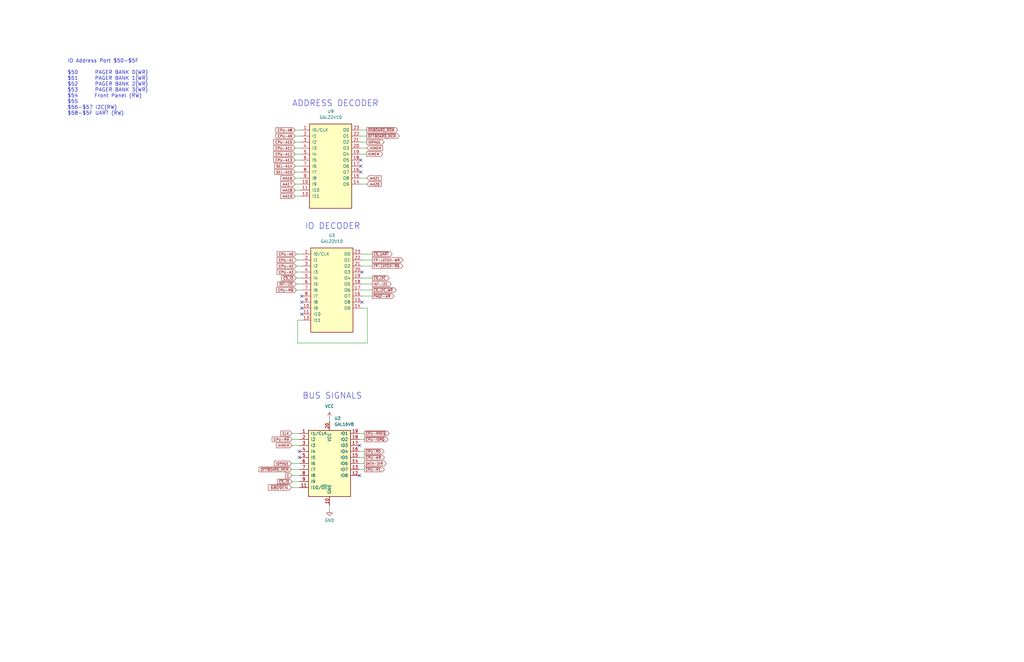
<source format=kicad_sch>
(kicad_sch (version 20211123) (generator eeschema)

  (uuid c3c349b1-d9bc-4742-9b63-40f30c22ca7c)

  (paper "B")

  (title_block
    (title "Duodyne 6809 CPU board")
    (date "2024-01-14")
    (rev "V1.01")
  )

  (lib_symbols
    (symbol "GAL22V10_1" (pin_names (offset 1.016)) (in_bom yes) (on_board yes)
      (property "Reference" "U" (id 0) (at -8.89 19.05 0)
        (effects (font (size 1.27 1.27)) (justify left))
      )
      (property "Value" "GAL22V10_1" (id 1) (at -1.27 19.05 0)
        (effects (font (size 1.27 1.27)) (justify left))
      )
      (property "Footprint" "" (id 2) (at 0 0 0)
        (effects (font (size 1.27 1.27)) hide)
      )
      (property "Datasheet" "" (id 3) (at 0 0 0)
        (effects (font (size 1.27 1.27)) hide)
      )
      (property "ki_fp_filters" "DIP* PDIP*" (id 4) (at 0 0 0)
        (effects (font (size 1.27 1.27)) hide)
      )
      (symbol "GAL22V10_1_0_1"
        (rectangle (start -8.89 -17.78) (end 8.89 17.78)
          (stroke (width 0.254) (type default) (color 0 0 0 0))
          (fill (type background))
        )
      )
      (symbol "GAL22V10_1_1_1"
        (pin input line (at -12.7 15.24 0) (length 3.81)
          (name "I0/CLK" (effects (font (size 1.27 1.27))))
          (number "1" (effects (font (size 1.27 1.27))))
        )
        (pin input line (at -12.7 -7.62 0) (length 3.81)
          (name "I9" (effects (font (size 1.27 1.27))))
          (number "10" (effects (font (size 1.27 1.27))))
        )
        (pin input line (at -12.7 -10.16 0) (length 3.81)
          (name "I10" (effects (font (size 1.27 1.27))))
          (number "11" (effects (font (size 1.27 1.27))))
        )
        (pin power_in line (at 0 -17.78 90) (length 0) hide
          (name "GND" (effects (font (size 1.27 1.27))))
          (number "12" (effects (font (size 1.27 1.27))))
        )
        (pin input line (at -12.7 -12.7 0) (length 3.81)
          (name "I11" (effects (font (size 1.27 1.27))))
          (number "13" (effects (font (size 1.27 1.27))))
        )
        (pin bidirectional line (at 12.7 -7.62 180) (length 3.81)
          (name "O9" (effects (font (size 1.27 1.27))))
          (number "14" (effects (font (size 1.27 1.27))))
        )
        (pin bidirectional line (at 12.7 -5.08 180) (length 3.81)
          (name "O8" (effects (font (size 1.27 1.27))))
          (number "15" (effects (font (size 1.27 1.27))))
        )
        (pin bidirectional line (at 12.7 -2.54 180) (length 3.81)
          (name "O7" (effects (font (size 1.27 1.27))))
          (number "16" (effects (font (size 1.27 1.27))))
        )
        (pin bidirectional line (at 12.7 0 180) (length 3.81)
          (name "O6" (effects (font (size 1.27 1.27))))
          (number "17" (effects (font (size 1.27 1.27))))
        )
        (pin bidirectional line (at 12.7 2.54 180) (length 3.81)
          (name "O5" (effects (font (size 1.27 1.27))))
          (number "18" (effects (font (size 1.27 1.27))))
        )
        (pin bidirectional line (at 12.7 5.08 180) (length 3.81)
          (name "O4" (effects (font (size 1.27 1.27))))
          (number "19" (effects (font (size 1.27 1.27))))
        )
        (pin input line (at -12.7 12.7 0) (length 3.81)
          (name "I1" (effects (font (size 1.27 1.27))))
          (number "2" (effects (font (size 1.27 1.27))))
        )
        (pin bidirectional line (at 12.7 7.62 180) (length 3.81)
          (name "O3" (effects (font (size 1.27 1.27))))
          (number "20" (effects (font (size 1.27 1.27))))
        )
        (pin bidirectional line (at 12.7 10.16 180) (length 3.81)
          (name "O2" (effects (font (size 1.27 1.27))))
          (number "21" (effects (font (size 1.27 1.27))))
        )
        (pin bidirectional line (at 12.7 12.7 180) (length 3.81)
          (name "O1" (effects (font (size 1.27 1.27))))
          (number "22" (effects (font (size 1.27 1.27))))
        )
        (pin bidirectional line (at 12.7 15.24 180) (length 3.81)
          (name "O0" (effects (font (size 1.27 1.27))))
          (number "23" (effects (font (size 1.27 1.27))))
        )
        (pin power_in line (at 0 17.78 270) (length 0) hide
          (name "VCC" (effects (font (size 1.27 1.27))))
          (number "24" (effects (font (size 1.27 1.27))))
        )
        (pin input line (at -12.7 10.16 0) (length 3.81)
          (name "I2" (effects (font (size 1.27 1.27))))
          (number "3" (effects (font (size 1.27 1.27))))
        )
        (pin input line (at -12.7 7.62 0) (length 3.81)
          (name "I3" (effects (font (size 1.27 1.27))))
          (number "4" (effects (font (size 1.27 1.27))))
        )
        (pin input line (at -12.7 5.08 0) (length 3.81)
          (name "I4" (effects (font (size 1.27 1.27))))
          (number "5" (effects (font (size 1.27 1.27))))
        )
        (pin input line (at -12.7 2.54 0) (length 3.81)
          (name "I5" (effects (font (size 1.27 1.27))))
          (number "6" (effects (font (size 1.27 1.27))))
        )
        (pin input line (at -12.7 0 0) (length 3.81)
          (name "I6" (effects (font (size 1.27 1.27))))
          (number "7" (effects (font (size 1.27 1.27))))
        )
        (pin input line (at -12.7 -2.54 0) (length 3.81)
          (name "I7" (effects (font (size 1.27 1.27))))
          (number "8" (effects (font (size 1.27 1.27))))
        )
        (pin input line (at -12.7 -5.08 0) (length 3.81)
          (name "I8" (effects (font (size 1.27 1.27))))
          (number "9" (effects (font (size 1.27 1.27))))
        )
      )
    )
    (symbol "Logic_Programmable:GAL16V8" (pin_names (offset 1.016)) (in_bom yes) (on_board yes)
      (property "Reference" "U" (id 0) (at -8.89 16.51 0)
        (effects (font (size 1.27 1.27)) (justify left))
      )
      (property "Value" "GAL16V8" (id 1) (at 1.27 16.51 0)
        (effects (font (size 1.27 1.27)) (justify left))
      )
      (property "Footprint" "" (id 2) (at 0 0 0)
        (effects (font (size 1.27 1.27)) hide)
      )
      (property "Datasheet" "" (id 3) (at 0 0 0)
        (effects (font (size 1.27 1.27)) hide)
      )
      (property "ki_keywords" "GAL PLD 16V8" (id 4) (at 0 0 0)
        (effects (font (size 1.27 1.27)) hide)
      )
      (property "ki_description" "Programmable Logic Array, DIP-20/SOIC-20/PLCC-20" (id 5) (at 0 0 0)
        (effects (font (size 1.27 1.27)) hide)
      )
      (property "ki_fp_filters" "DIP* PDIP* SOIC* SO* PLCC*" (id 6) (at 0 0 0)
        (effects (font (size 1.27 1.27)) hide)
      )
      (symbol "GAL16V8_0_0"
        (pin power_in line (at 0 -17.78 90) (length 3.81)
          (name "GND" (effects (font (size 1.27 1.27))))
          (number "10" (effects (font (size 1.27 1.27))))
        )
        (pin power_in line (at 0 17.78 270) (length 3.81)
          (name "VCC" (effects (font (size 1.27 1.27))))
          (number "20" (effects (font (size 1.27 1.27))))
        )
      )
      (symbol "GAL16V8_0_1"
        (rectangle (start -8.89 13.97) (end 8.89 -13.97)
          (stroke (width 0.254) (type default) (color 0 0 0 0))
          (fill (type background))
        )
      )
      (symbol "GAL16V8_1_1"
        (pin input line (at -12.7 12.7 0) (length 3.81)
          (name "I1/CLK" (effects (font (size 1.27 1.27))))
          (number "1" (effects (font (size 1.27 1.27))))
        )
        (pin input line (at -12.7 -10.16 0) (length 3.81)
          (name "I10/~{OE}" (effects (font (size 1.27 1.27))))
          (number "11" (effects (font (size 1.27 1.27))))
        )
        (pin tri_state line (at 12.7 -5.08 180) (length 3.81)
          (name "IO8" (effects (font (size 1.27 1.27))))
          (number "12" (effects (font (size 1.27 1.27))))
        )
        (pin tri_state line (at 12.7 -2.54 180) (length 3.81)
          (name "IO7" (effects (font (size 1.27 1.27))))
          (number "13" (effects (font (size 1.27 1.27))))
        )
        (pin tri_state line (at 12.7 0 180) (length 3.81)
          (name "IO6" (effects (font (size 1.27 1.27))))
          (number "14" (effects (font (size 1.27 1.27))))
        )
        (pin tri_state line (at 12.7 2.54 180) (length 3.81)
          (name "IO5" (effects (font (size 1.27 1.27))))
          (number "15" (effects (font (size 1.27 1.27))))
        )
        (pin tri_state line (at 12.7 5.08 180) (length 3.81)
          (name "IO4" (effects (font (size 1.27 1.27))))
          (number "16" (effects (font (size 1.27 1.27))))
        )
        (pin tri_state line (at 12.7 7.62 180) (length 3.81)
          (name "I03" (effects (font (size 1.27 1.27))))
          (number "17" (effects (font (size 1.27 1.27))))
        )
        (pin tri_state line (at 12.7 10.16 180) (length 3.81)
          (name "IO2" (effects (font (size 1.27 1.27))))
          (number "18" (effects (font (size 1.27 1.27))))
        )
        (pin tri_state line (at 12.7 12.7 180) (length 3.81)
          (name "IO1" (effects (font (size 1.27 1.27))))
          (number "19" (effects (font (size 1.27 1.27))))
        )
        (pin input line (at -12.7 10.16 0) (length 3.81)
          (name "I2" (effects (font (size 1.27 1.27))))
          (number "2" (effects (font (size 1.27 1.27))))
        )
        (pin input line (at -12.7 7.62 0) (length 3.81)
          (name "I3" (effects (font (size 1.27 1.27))))
          (number "3" (effects (font (size 1.27 1.27))))
        )
        (pin input line (at -12.7 5.08 0) (length 3.81)
          (name "I4" (effects (font (size 1.27 1.27))))
          (number "4" (effects (font (size 1.27 1.27))))
        )
        (pin input line (at -12.7 2.54 0) (length 3.81)
          (name "I5" (effects (font (size 1.27 1.27))))
          (number "5" (effects (font (size 1.27 1.27))))
        )
        (pin input line (at -12.7 0 0) (length 3.81)
          (name "I6" (effects (font (size 1.27 1.27))))
          (number "6" (effects (font (size 1.27 1.27))))
        )
        (pin input line (at -12.7 -2.54 0) (length 3.81)
          (name "I7" (effects (font (size 1.27 1.27))))
          (number "7" (effects (font (size 1.27 1.27))))
        )
        (pin input line (at -12.7 -5.08 0) (length 3.81)
          (name "I8" (effects (font (size 1.27 1.27))))
          (number "8" (effects (font (size 1.27 1.27))))
        )
        (pin input line (at -12.7 -7.62 0) (length 3.81)
          (name "I9" (effects (font (size 1.27 1.27))))
          (number "9" (effects (font (size 1.27 1.27))))
        )
      )
    )
    (symbol "gal22v10:GAL22V10" (pin_names (offset 1.016)) (in_bom yes) (on_board yes)
      (property "Reference" "U" (id 0) (at -8.89 19.05 0)
        (effects (font (size 1.27 1.27)) (justify left))
      )
      (property "Value" "GAL22V10" (id 1) (at -1.27 19.05 0)
        (effects (font (size 1.27 1.27)) (justify left))
      )
      (property "Footprint" "" (id 2) (at 0 0 0)
        (effects (font (size 1.27 1.27)) hide)
      )
      (property "Datasheet" "" (id 3) (at 0 0 0)
        (effects (font (size 1.27 1.27)) hide)
      )
      (property "ki_fp_filters" "DIP* PDIP*" (id 4) (at 0 0 0)
        (effects (font (size 1.27 1.27)) hide)
      )
      (symbol "GAL22V10_0_1"
        (rectangle (start -8.89 -17.78) (end 8.89 17.78)
          (stroke (width 0.254) (type default) (color 0 0 0 0))
          (fill (type background))
        )
      )
      (symbol "GAL22V10_1_1"
        (pin input line (at -12.7 15.24 0) (length 3.81)
          (name "I0/CLK" (effects (font (size 1.27 1.27))))
          (number "1" (effects (font (size 1.27 1.27))))
        )
        (pin input line (at -12.7 -7.62 0) (length 3.81)
          (name "I9" (effects (font (size 1.27 1.27))))
          (number "10" (effects (font (size 1.27 1.27))))
        )
        (pin input line (at -12.7 -10.16 0) (length 3.81)
          (name "I10" (effects (font (size 1.27 1.27))))
          (number "11" (effects (font (size 1.27 1.27))))
        )
        (pin power_in line (at 0 -17.78 90) (length 0) hide
          (name "GND" (effects (font (size 1.27 1.27))))
          (number "12" (effects (font (size 1.27 1.27))))
        )
        (pin input line (at -12.7 -12.7 0) (length 3.81)
          (name "I11" (effects (font (size 1.27 1.27))))
          (number "13" (effects (font (size 1.27 1.27))))
        )
        (pin bidirectional line (at 12.7 -7.62 180) (length 3.81)
          (name "O9" (effects (font (size 1.27 1.27))))
          (number "14" (effects (font (size 1.27 1.27))))
        )
        (pin bidirectional line (at 12.7 -5.08 180) (length 3.81)
          (name "O8" (effects (font (size 1.27 1.27))))
          (number "15" (effects (font (size 1.27 1.27))))
        )
        (pin bidirectional line (at 12.7 -2.54 180) (length 3.81)
          (name "O7" (effects (font (size 1.27 1.27))))
          (number "16" (effects (font (size 1.27 1.27))))
        )
        (pin bidirectional line (at 12.7 0 180) (length 3.81)
          (name "O6" (effects (font (size 1.27 1.27))))
          (number "17" (effects (font (size 1.27 1.27))))
        )
        (pin bidirectional line (at 12.7 2.54 180) (length 3.81)
          (name "O5" (effects (font (size 1.27 1.27))))
          (number "18" (effects (font (size 1.27 1.27))))
        )
        (pin bidirectional line (at 12.7 5.08 180) (length 3.81)
          (name "O4" (effects (font (size 1.27 1.27))))
          (number "19" (effects (font (size 1.27 1.27))))
        )
        (pin input line (at -12.7 12.7 0) (length 3.81)
          (name "I1" (effects (font (size 1.27 1.27))))
          (number "2" (effects (font (size 1.27 1.27))))
        )
        (pin bidirectional line (at 12.7 7.62 180) (length 3.81)
          (name "O3" (effects (font (size 1.27 1.27))))
          (number "20" (effects (font (size 1.27 1.27))))
        )
        (pin bidirectional line (at 12.7 10.16 180) (length 3.81)
          (name "O2" (effects (font (size 1.27 1.27))))
          (number "21" (effects (font (size 1.27 1.27))))
        )
        (pin bidirectional line (at 12.7 12.7 180) (length 3.81)
          (name "O1" (effects (font (size 1.27 1.27))))
          (number "22" (effects (font (size 1.27 1.27))))
        )
        (pin bidirectional line (at 12.7 15.24 180) (length 3.81)
          (name "O0" (effects (font (size 1.27 1.27))))
          (number "23" (effects (font (size 1.27 1.27))))
        )
        (pin power_in line (at 0 17.78 270) (length 0) hide
          (name "VCC" (effects (font (size 1.27 1.27))))
          (number "24" (effects (font (size 1.27 1.27))))
        )
        (pin input line (at -12.7 10.16 0) (length 3.81)
          (name "I2" (effects (font (size 1.27 1.27))))
          (number "3" (effects (font (size 1.27 1.27))))
        )
        (pin input line (at -12.7 7.62 0) (length 3.81)
          (name "I3" (effects (font (size 1.27 1.27))))
          (number "4" (effects (font (size 1.27 1.27))))
        )
        (pin input line (at -12.7 5.08 0) (length 3.81)
          (name "I4" (effects (font (size 1.27 1.27))))
          (number "5" (effects (font (size 1.27 1.27))))
        )
        (pin input line (at -12.7 2.54 0) (length 3.81)
          (name "I5" (effects (font (size 1.27 1.27))))
          (number "6" (effects (font (size 1.27 1.27))))
        )
        (pin input line (at -12.7 0 0) (length 3.81)
          (name "I6" (effects (font (size 1.27 1.27))))
          (number "7" (effects (font (size 1.27 1.27))))
        )
        (pin input line (at -12.7 -2.54 0) (length 3.81)
          (name "I7" (effects (font (size 1.27 1.27))))
          (number "8" (effects (font (size 1.27 1.27))))
        )
        (pin input line (at -12.7 -5.08 0) (length 3.81)
          (name "I8" (effects (font (size 1.27 1.27))))
          (number "9" (effects (font (size 1.27 1.27))))
        )
      )
    )
    (symbol "power:GND" (power) (pin_names (offset 0)) (in_bom yes) (on_board yes)
      (property "Reference" "#PWR" (id 0) (at 0 -6.35 0)
        (effects (font (size 1.27 1.27)) hide)
      )
      (property "Value" "GND" (id 1) (at 0 -3.81 0)
        (effects (font (size 1.27 1.27)))
      )
      (property "Footprint" "" (id 2) (at 0 0 0)
        (effects (font (size 1.27 1.27)) hide)
      )
      (property "Datasheet" "" (id 3) (at 0 0 0)
        (effects (font (size 1.27 1.27)) hide)
      )
      (property "ki_keywords" "global power" (id 4) (at 0 0 0)
        (effects (font (size 1.27 1.27)) hide)
      )
      (property "ki_description" "Power symbol creates a global label with name \"GND\" , ground" (id 5) (at 0 0 0)
        (effects (font (size 1.27 1.27)) hide)
      )
      (symbol "GND_0_1"
        (polyline
          (pts
            (xy 0 0)
            (xy 0 -1.27)
            (xy 1.27 -1.27)
            (xy 0 -2.54)
            (xy -1.27 -1.27)
            (xy 0 -1.27)
          )
          (stroke (width 0) (type default) (color 0 0 0 0))
          (fill (type none))
        )
      )
      (symbol "GND_1_1"
        (pin power_in line (at 0 0 270) (length 0) hide
          (name "GND" (effects (font (size 1.27 1.27))))
          (number "1" (effects (font (size 1.27 1.27))))
        )
      )
    )
    (symbol "power:VCC" (power) (pin_names (offset 0)) (in_bom yes) (on_board yes)
      (property "Reference" "#PWR" (id 0) (at 0 -3.81 0)
        (effects (font (size 1.27 1.27)) hide)
      )
      (property "Value" "VCC" (id 1) (at 0 3.81 0)
        (effects (font (size 1.27 1.27)))
      )
      (property "Footprint" "" (id 2) (at 0 0 0)
        (effects (font (size 1.27 1.27)) hide)
      )
      (property "Datasheet" "" (id 3) (at 0 0 0)
        (effects (font (size 1.27 1.27)) hide)
      )
      (property "ki_keywords" "global power" (id 4) (at 0 0 0)
        (effects (font (size 1.27 1.27)) hide)
      )
      (property "ki_description" "Power symbol creates a global label with name \"VCC\"" (id 5) (at 0 0 0)
        (effects (font (size 1.27 1.27)) hide)
      )
      (symbol "VCC_0_1"
        (polyline
          (pts
            (xy -0.762 1.27)
            (xy 0 2.54)
          )
          (stroke (width 0) (type default) (color 0 0 0 0))
          (fill (type none))
        )
        (polyline
          (pts
            (xy 0 0)
            (xy 0 2.54)
          )
          (stroke (width 0) (type default) (color 0 0 0 0))
          (fill (type none))
        )
        (polyline
          (pts
            (xy 0 2.54)
            (xy 0.762 1.27)
          )
          (stroke (width 0) (type default) (color 0 0 0 0))
          (fill (type none))
        )
      )
      (symbol "VCC_1_1"
        (pin power_in line (at 0 0 90) (length 0) hide
          (name "VCC" (effects (font (size 1.27 1.27))))
          (number "1" (effects (font (size 1.27 1.27))))
        )
      )
    )
  )


  (no_connect (at 152.654 114.808) (uuid 0207c644-decb-4263-ac92-6996155098fd))
  (no_connect (at 152.146 72.644) (uuid 0c79c4f2-34e9-4174-aa20-e12f8d2b061a))
  (no_connect (at 152.654 127.508) (uuid 3a6407fd-ee3d-4dd8-a4ff-97d37ae66f41))
  (no_connect (at 152.146 67.564) (uuid 40013344-2ed9-4fb7-9677-f3e3e05762da))
  (no_connect (at 127.254 127.508) (uuid 4b5df847-59f9-437b-aadb-5e656c752293))
  (no_connect (at 127.254 130.048) (uuid 4fe7fcab-6f73-4cdc-ac57-ccaee4337e0b))
  (no_connect (at 126.238 193.04) (uuid 5363f512-e8bc-4c91-bb58-72c2cb3a847b))
  (no_connect (at 151.638 187.96) (uuid 89ced7e9-9189-49df-8927-f2a0a0513231))
  (no_connect (at 151.638 200.66) (uuid ad0a2231-c77e-46ff-b511-dbd6ea7ce06c))
  (no_connect (at 127.254 132.588) (uuid c351e933-da84-4dfc-9018-9de6de8f583a))
  (no_connect (at 127.254 124.968) (uuid c713c33f-372e-4031-b0e8-8e5d600b369b))
  (no_connect (at 152.146 70.104) (uuid d5c8a360-8eb0-4e17-b346-7acaac18e0ef))
  (no_connect (at 126.238 190.5) (uuid ee6d561d-b6bd-48a5-a3c3-4be05f9d93ef))

  (wire (pts (xy 124.46 82.804) (xy 126.746 82.804))
    (stroke (width 0) (type default) (color 0 0 0 0))
    (uuid 047244c2-c680-42cd-b226-30642311f8b9)
  )
  (wire (pts (xy 151.638 182.88) (xy 153.67 182.88))
    (stroke (width 0) (type default) (color 0 0 0 0))
    (uuid 04ea88b3-dd34-449c-9998-32c0e4712be8)
  )
  (wire (pts (xy 152.654 130.048) (xy 154.94 130.048))
    (stroke (width 0) (type default) (color 0 0 0 0))
    (uuid 053b4ba2-2651-445a-92c3-0d4eef94dd14)
  )
  (wire (pts (xy 151.638 195.58) (xy 153.67 195.58))
    (stroke (width 0) (type default) (color 0 0 0 0))
    (uuid 0a274f54-8282-40ca-9404-eff9778d3f27)
  )
  (wire (pts (xy 138.938 176.53) (xy 138.938 177.8))
    (stroke (width 0) (type default) (color 0 0 0 0))
    (uuid 0a27c451-a6f4-4b65-b160-89ab6087e7e2)
  )
  (wire (pts (xy 123.19 185.42) (xy 126.238 185.42))
    (stroke (width 0) (type default) (color 0 0 0 0))
    (uuid 0accb029-5d18-4f8e-858b-335d26fd5d34)
  )
  (wire (pts (xy 151.638 185.42) (xy 153.67 185.42))
    (stroke (width 0) (type default) (color 0 0 0 0))
    (uuid 0ba56dc9-acbd-45bd-a2dd-1b38513955dc)
  )
  (wire (pts (xy 152.654 119.888) (xy 156.972 119.888))
    (stroke (width 0) (type default) (color 0 0 0 0))
    (uuid 0f38fcdc-9a17-4136-ad81-35bf99850192)
  )
  (wire (pts (xy 124.968 122.428) (xy 127.254 122.428))
    (stroke (width 0) (type default) (color 0 0 0 0))
    (uuid 108e758b-810c-45ef-b43b-a3926d8553f2)
  )
  (wire (pts (xy 152.654 124.968) (xy 156.972 124.968))
    (stroke (width 0) (type default) (color 0 0 0 0))
    (uuid 12d943df-e129-4857-9355-f23a8020e153)
  )
  (wire (pts (xy 123.19 182.88) (xy 126.238 182.88))
    (stroke (width 0) (type default) (color 0 0 0 0))
    (uuid 14351b71-b9f1-4ed5-bece-8d9bc0b5d3f5)
  )
  (wire (pts (xy 152.654 109.728) (xy 156.972 109.728))
    (stroke (width 0) (type default) (color 0 0 0 0))
    (uuid 2ed3ed62-177b-4236-8902-7fab7b3a3a8c)
  )
  (wire (pts (xy 123.19 187.96) (xy 126.238 187.96))
    (stroke (width 0) (type default) (color 0 0 0 0))
    (uuid 424e2b5d-bd0d-422b-b087-7a9f24f0c82f)
  )
  (wire (pts (xy 151.638 198.12) (xy 153.67 198.12))
    (stroke (width 0) (type default) (color 0 0 0 0))
    (uuid 426243d8-b67d-4f08-9ad3-9008faafa163)
  )
  (wire (pts (xy 152.654 107.188) (xy 156.972 107.188))
    (stroke (width 0) (type default) (color 0 0 0 0))
    (uuid 4b248af9-9ce9-4145-9592-810454c95039)
  )
  (wire (pts (xy 124.968 112.268) (xy 127.254 112.268))
    (stroke (width 0) (type default) (color 0 0 0 0))
    (uuid 4d0a0b86-4faf-48dd-95a8-9f9a7ea08ae9)
  )
  (wire (pts (xy 152.654 117.348) (xy 156.972 117.348))
    (stroke (width 0) (type default) (color 0 0 0 0))
    (uuid 5083c537-4152-455f-b3e4-7bc0353b8b9c)
  )
  (wire (pts (xy 124.46 57.404) (xy 126.746 57.404))
    (stroke (width 0) (type default) (color 0 0 0 0))
    (uuid 590d7e90-9fe7-4edc-884e-fffc1add96a6)
  )
  (wire (pts (xy 124.46 65.024) (xy 126.746 65.024))
    (stroke (width 0) (type default) (color 0 0 0 0))
    (uuid 59972d42-b580-40b4-81be-b68ac2971d3c)
  )
  (wire (pts (xy 152.146 75.184) (xy 154.686 75.184))
    (stroke (width 0) (type default) (color 0 0 0 0))
    (uuid 634b63d6-debe-45f1-85a3-2b860bd5a80f)
  )
  (wire (pts (xy 124.968 109.728) (xy 127.254 109.728))
    (stroke (width 0) (type default) (color 0 0 0 0))
    (uuid 6417d3a9-6c76-4ed9-b8a1-96a12129643a)
  )
  (wire (pts (xy 124.968 117.348) (xy 127.254 117.348))
    (stroke (width 0) (type default) (color 0 0 0 0))
    (uuid 66c0fd4b-66b2-42ad-919f-4b14dfda80c7)
  )
  (wire (pts (xy 124.46 80.264) (xy 126.746 80.264))
    (stroke (width 0) (type default) (color 0 0 0 0))
    (uuid 7281ca40-96c3-4ca4-8bad-4402ef8ad90b)
  )
  (wire (pts (xy 122.936 198.12) (xy 126.238 198.12))
    (stroke (width 0) (type default) (color 0 0 0 0))
    (uuid 7759d708-f905-4916-9d7a-18ae63f2ce2c)
  )
  (wire (pts (xy 124.46 62.484) (xy 126.746 62.484))
    (stroke (width 0) (type default) (color 0 0 0 0))
    (uuid 81df64e2-24d2-4c7c-924e-421d697af96e)
  )
  (wire (pts (xy 124.46 75.184) (xy 126.746 75.184))
    (stroke (width 0) (type default) (color 0 0 0 0))
    (uuid 83223274-1d6f-4f4d-87b1-5ae9e97c448f)
  )
  (wire (pts (xy 154.94 144.78) (xy 125.476 144.78))
    (stroke (width 0) (type default) (color 0 0 0 0))
    (uuid 852f6e50-a514-42da-a33b-52e3fbf355b3)
  )
  (wire (pts (xy 152.146 62.484) (xy 154.686 62.484))
    (stroke (width 0) (type default) (color 0 0 0 0))
    (uuid 89765b62-4608-4f1a-8329-1d60ec749001)
  )
  (wire (pts (xy 124.46 70.104) (xy 126.746 70.104))
    (stroke (width 0) (type default) (color 0 0 0 0))
    (uuid 8a13fabb-bad1-4216-923a-36006d04705e)
  )
  (wire (pts (xy 152.146 57.404) (xy 154.686 57.404))
    (stroke (width 0) (type default) (color 0 0 0 0))
    (uuid 8c0ac902-e5e8-42a4-ab8e-2692847b4246)
  )
  (wire (pts (xy 124.968 119.888) (xy 127.254 119.888))
    (stroke (width 0) (type default) (color 0 0 0 0))
    (uuid 91ab390f-5fd4-4539-b650-5779d845ca32)
  )
  (wire (pts (xy 124.968 114.808) (xy 127.254 114.808))
    (stroke (width 0) (type default) (color 0 0 0 0))
    (uuid 9779f199-4006-4256-8d0f-d78a29ebb97d)
  )
  (wire (pts (xy 152.146 59.944) (xy 154.686 59.944))
    (stroke (width 0) (type default) (color 0 0 0 0))
    (uuid 9c828387-434a-4c3b-90fb-a9b688196893)
  )
  (wire (pts (xy 124.46 59.944) (xy 126.746 59.944))
    (stroke (width 0) (type default) (color 0 0 0 0))
    (uuid 9fc3f8cb-9a7f-46b0-b7cb-d4c7281e5ef3)
  )
  (wire (pts (xy 152.146 77.724) (xy 154.686 77.724))
    (stroke (width 0) (type default) (color 0 0 0 0))
    (uuid a38da769-f379-47ac-9f1d-3481b15f268e)
  )
  (wire (pts (xy 151.638 193.04) (xy 153.67 193.04))
    (stroke (width 0) (type default) (color 0 0 0 0))
    (uuid a6587541-12e9-4d26-b5d3-d1e69df3f0d2)
  )
  (wire (pts (xy 122.936 195.58) (xy 126.238 195.58))
    (stroke (width 0) (type default) (color 0 0 0 0))
    (uuid a8fffabe-a5eb-4f94-b0a9-758533ddffd4)
  )
  (wire (pts (xy 124.968 107.188) (xy 127.254 107.188))
    (stroke (width 0) (type default) (color 0 0 0 0))
    (uuid af88317c-9815-406e-a6c6-e30c058904b4)
  )
  (wire (pts (xy 124.46 67.564) (xy 126.746 67.564))
    (stroke (width 0) (type default) (color 0 0 0 0))
    (uuid b3f07490-c569-4bec-9d1f-5de162c81c86)
  )
  (wire (pts (xy 123.19 203.2) (xy 126.238 203.2))
    (stroke (width 0) (type default) (color 0 0 0 0))
    (uuid b4d1d609-7158-41b0-b51e-697ac0f41ad8)
  )
  (wire (pts (xy 125.476 135.128) (xy 127.254 135.128))
    (stroke (width 0) (type default) (color 0 0 0 0))
    (uuid bb749f2f-1b1d-4ab4-9484-2bc69af3a938)
  )
  (wire (pts (xy 124.46 72.644) (xy 126.746 72.644))
    (stroke (width 0) (type default) (color 0 0 0 0))
    (uuid cb7b9535-e459-41bc-8737-22c30e9f2eba)
  )
  (wire (pts (xy 138.938 213.36) (xy 138.938 215.138))
    (stroke (width 0) (type default) (color 0 0 0 0))
    (uuid ce0d92d7-5c6a-413c-affb-b983689e55e3)
  )
  (wire (pts (xy 124.46 77.724) (xy 126.746 77.724))
    (stroke (width 0) (type default) (color 0 0 0 0))
    (uuid d3c86f6a-55b7-46fe-89a0-d7405939d83f)
  )
  (wire (pts (xy 152.654 122.428) (xy 156.972 122.428))
    (stroke (width 0) (type default) (color 0 0 0 0))
    (uuid d8dd2896-9bb6-4eb3-8d8c-0b887d35940d)
  )
  (wire (pts (xy 152.146 54.864) (xy 154.686 54.864))
    (stroke (width 0) (type default) (color 0 0 0 0))
    (uuid daa75cf1-578b-4b3b-85b7-8d26649bf283)
  )
  (wire (pts (xy 123.19 200.66) (xy 126.238 200.66))
    (stroke (width 0) (type default) (color 0 0 0 0))
    (uuid dbc8710a-926a-487c-8078-93c90410f405)
  )
  (wire (pts (xy 124.46 54.864) (xy 126.746 54.864))
    (stroke (width 0) (type default) (color 0 0 0 0))
    (uuid dd9d9c83-af9c-4baf-af27-638e404e3444)
  )
  (wire (pts (xy 154.94 130.048) (xy 154.94 144.78))
    (stroke (width 0) (type default) (color 0 0 0 0))
    (uuid e019bed8-a6fb-4abb-86de-ab0423d6d5ad)
  )
  (wire (pts (xy 151.638 190.5) (xy 153.67 190.5))
    (stroke (width 0) (type default) (color 0 0 0 0))
    (uuid e9841fdd-f3cb-47cf-a3f8-11c14bc9e8dd)
  )
  (wire (pts (xy 152.146 65.024) (xy 154.686 65.024))
    (stroke (width 0) (type default) (color 0 0 0 0))
    (uuid ef0b6c5b-1ead-4e78-b6ac-c70e759b220f)
  )
  (wire (pts (xy 122.936 205.74) (xy 126.238 205.74))
    (stroke (width 0) (type default) (color 0 0 0 0))
    (uuid f7555b0a-bb1e-4415-9145-80ff14f6261e)
  )
  (wire (pts (xy 152.654 112.268) (xy 156.972 112.268))
    (stroke (width 0) (type default) (color 0 0 0 0))
    (uuid ff6183e2-5654-4e1b-9f2f-fd231e519399)
  )
  (wire (pts (xy 125.476 144.78) (xy 125.476 135.128))
    (stroke (width 0) (type default) (color 0 0 0 0))
    (uuid ff894ab8-2c54-45de-96fb-0dbfe08dbdae)
  )

  (text "ADDRESS DECODER" (at 123.19 45.212 0)
    (effects (font (size 2.54 2.54)) (justify left bottom))
    (uuid 1afbf2a1-93e1-47bf-977f-e132c2375c62)
  )
  (text "IO DECODER\n" (at 128.524 97.028 0)
    (effects (font (size 2.54 2.54)) (justify left bottom))
    (uuid 930f1563-6d83-4d40-9b92-f001399bc6ee)
  )
  (text "IO Address Port $50-$5F\n\n$50	     PAGER BANK 0(WR)\n$51	     PAGER BANK 1(WR)\n$52	     PAGER BANK 2(WR)\n$53	     PAGER BANK 3(WR)\n$54      Front Panel (RW)\n$55     \n$56-$57 I2C(RW)\n$58-$5F UART (RW)"
    (at 28.448 48.768 0)
    (effects (font (size 1.524 1.524)) (justify left bottom))
    (uuid bc80decc-df57-444a-abb0-0e15fde065d0)
  )
  (text "BUS SIGNALS\n\n" (at 127.508 172.72 0)
    (effects (font (size 2.54 2.54)) (justify left bottom))
    (uuid ea16b8d3-6c36-44a3-abf9-cbc7a8da0d52)
  )

  (global_label "CPU-A3" (shape input) (at 124.968 114.808 180) (fields_autoplaced)
    (effects (font (size 1.016 1.016)) (justify right))
    (uuid 164a119e-a283-472b-bb2c-2003d37ab3c3)
    (property "Intersheet References" "${INTERSHEET_REFS}" (id 0) (at 116.9159 114.7445 0)
      (effects (font (size 1.016 1.016)) (justify right) hide)
    )
  )
  (global_label "FP-LATCH-WR" (shape output) (at 156.972 109.728 0) (fields_autoplaced)
    (effects (font (size 1.016 1.016)) (justify left))
    (uuid 16afe0fa-749e-417b-9a4d-3adaab475ecb)
    (property "Intersheet References" "${INTERSHEET_REFS}" (id 0) (at 169.9589 109.7915 0)
      (effects (font (size 1.016 1.016)) (justify left) hide)
    )
  )
  (global_label "~{CS_I2C}" (shape output) (at 156.972 117.348 0) (fields_autoplaced)
    (effects (font (size 1.016 1.016)) (justify left))
    (uuid 2b5d4dc2-c6a9-42b6-b7a1-6882528c7b23)
    (property "Intersheet References" "${INTERSHEET_REFS}" (id 0) (at 164.0564 117.2845 0)
      (effects (font (size 1.016 1.016)) (justify left) hide)
    )
  )
  (global_label "~{CPU-RD}" (shape output) (at 153.67 190.5 0) (fields_autoplaced)
    (effects (font (size 1.016 1.016)) (justify left))
    (uuid 2c476d7c-303f-43f2-9ad8-e043089aec95)
    (property "Intersheet References" "${INTERSHEET_REFS}" (id 0) (at 335.28 306.07 0)
      (effects (font (size 1.27 1.27)) hide)
    )
  )
  (global_label "~{CS_IO}" (shape input) (at 124.968 117.348 180) (fields_autoplaced)
    (effects (font (size 1.016 1.016)) (justify right))
    (uuid 2db2818a-c163-48ac-a172-bd69ee6c8b06)
    (property "Intersheet References" "${INTERSHEET_REFS}" (id 0) (at 118.8028 117.4115 0)
      (effects (font (size 1.016 1.016)) (justify right) hide)
    )
  )
  (global_label "HIMEM" (shape input) (at 123.19 187.96 180) (fields_autoplaced)
    (effects (font (size 1.016 1.016)) (justify right))
    (uuid 3163790d-a414-4b03-bf7f-0f7bc8f8fba1)
    (property "Intersheet References" "${INTERSHEET_REFS}" (id 0) (at 116.541 188.0235 0)
      (effects (font (size 1.016 1.016)) (justify right) hide)
    )
  )
  (global_label "E" (shape input) (at 123.19 200.66 180) (fields_autoplaced)
    (effects (font (size 1.016 1.016)) (justify right))
    (uuid 44110887-d568-4553-b011-d52292a113a1)
    (property "Intersheet References" "${INTERSHEET_REFS}" (id 0) (at 120.4115 200.7235 0)
      (effects (font (size 1.016 1.016)) (justify right) hide)
    )
  )
  (global_label "~{CPU-MREQ}" (shape output) (at 153.67 182.88 0) (fields_autoplaced)
    (effects (font (size 1.016 1.016)) (justify left))
    (uuid 46f15d76-dae2-44f8-926a-c73ef898a7b0)
    (property "Intersheet References" "${INTERSHEET_REFS}" (id 0) (at 335.28 293.37 0)
      (effects (font (size 1.27 1.27)) hide)
    )
  )
  (global_label "CPU-A1" (shape input) (at 124.968 109.728 180) (fields_autoplaced)
    (effects (font (size 1.016 1.016)) (justify right))
    (uuid 4ddc513d-5e54-4a78-9b4c-fb2e56448ae5)
    (property "Intersheet References" "${INTERSHEET_REFS}" (id 0) (at 116.9159 109.6645 0)
      (effects (font (size 1.016 1.016)) (justify right) hide)
    )
  )
  (global_label "IOPAGE" (shape output) (at 154.686 59.944 0) (fields_autoplaced)
    (effects (font (size 1.016 1.016)) (justify left))
    (uuid 543a77f4-802d-41c4-ae0a-4637839138aa)
    (property "Intersheet References" "${INTERSHEET_REFS}" (id 0) (at 161.9156 59.8805 0)
      (effects (font (size 1.016 1.016)) (justify left) hide)
    )
  )
  (global_label "CPU-A8" (shape input) (at 124.46 54.864 180) (fields_autoplaced)
    (effects (font (size 1.016 1.016)) (justify right))
    (uuid 56aaeb7c-97f3-40ab-9b54-5ed039d39a46)
    (property "Intersheet References" "${INTERSHEET_REFS}" (id 0) (at 116.4079 54.9275 0)
      (effects (font (size 1.016 1.016)) (justify right) hide)
    )
  )
  (global_label "~{CS_IO}" (shape input) (at 123.19 203.2 180) (fields_autoplaced)
    (effects (font (size 1.016 1.016)) (justify right))
    (uuid 5719fa55-e2ef-424a-a8c0-01f2c4cdcff7)
    (property "Intersheet References" "${INTERSHEET_REFS}" (id 0) (at 117.0248 203.2635 0)
      (effects (font (size 1.016 1.016)) (justify right) hide)
    )
  )
  (global_label "CLK" (shape input) (at 123.19 182.88 180) (fields_autoplaced)
    (effects (font (size 1.016 1.016)) (justify right))
    (uuid 5964ab84-40f1-44f9-a4c3-867841c2d2e3)
    (property "Intersheet References" "${INTERSHEET_REFS}" (id 0) (at 118.4762 182.8165 0)
      (effects (font (size 1.016 1.016)) (justify right) hide)
    )
  )
  (global_label "~{CPU-WR}" (shape output) (at 153.67 193.04 0) (fields_autoplaced)
    (effects (font (size 1.016 1.016)) (justify left))
    (uuid 5cce2dcb-b010-4bb0-9a70-ce60d580e088)
    (property "Intersheet References" "${INTERSHEET_REFS}" (id 0) (at 335.28 311.15 0)
      (effects (font (size 1.27 1.27)) hide)
    )
  )
  (global_label "mA18" (shape input) (at 124.46 80.264 180) (fields_autoplaced)
    (effects (font (size 1.016 1.016)) (justify right))
    (uuid 70387619-caf1-485b-9c25-a23feae848d8)
    (property "Intersheet References" "${INTERSHEET_REFS}" (id 0) (at 118.4399 80.3275 0)
      (effects (font (size 1.016 1.016)) (justify right) hide)
    )
  )
  (global_label "~{CPU-M1}" (shape output) (at 153.67 198.12 0) (fields_autoplaced)
    (effects (font (size 1.016 1.016)) (justify left))
    (uuid 736892d4-d15f-464b-b060-5e8c2a735845)
    (property "Intersheet References" "${INTERSHEET_REFS}" (id 0) (at 335.28 306.07 0)
      (effects (font (size 1.27 1.27)) hide)
    )
  )
  (global_label "CPU-A2" (shape input) (at 124.968 112.268 180) (fields_autoplaced)
    (effects (font (size 1.016 1.016)) (justify right))
    (uuid 770b661b-fa6a-4ecc-ba0d-eafd84e5e2db)
    (property "Intersheet References" "${INTERSHEET_REFS}" (id 0) (at 116.9159 112.2045 0)
      (effects (font (size 1.016 1.016)) (justify right) hide)
    )
  )
  (global_label "~{OFFBOARD_MEM}" (shape input) (at 122.936 198.12 180) (fields_autoplaced)
    (effects (font (size 1.016 1.016)) (justify right))
    (uuid 7ed9ff39-80ff-45a6-a138-65e05d39423e)
    (property "Intersheet References" "${INTERSHEET_REFS}" (id 0) (at 109.2717 198.0565 0)
      (effects (font (size 1.016 1.016)) (justify right) hide)
    )
  )
  (global_label "~{OFFBOARD_MEM}" (shape output) (at 154.686 57.404 0) (fields_autoplaced)
    (effects (font (size 1.016 1.016)) (justify left))
    (uuid 81e96b93-365a-49b4-8e21-0e874b1ade7e)
    (property "Intersheet References" "${INTERSHEET_REFS}" (id 0) (at 168.3503 57.3405 0)
      (effects (font (size 1.016 1.016)) (justify left) hide)
    )
  )
  (global_label "CPU-A10" (shape input) (at 124.46 59.944 180) (fields_autoplaced)
    (effects (font (size 1.016 1.016)) (justify right))
    (uuid 85ed94f1-a163-45ea-ba09-7a58204148ff)
    (property "Intersheet References" "${INTERSHEET_REFS}" (id 0) (at 115.4403 59.8805 0)
      (effects (font (size 1.016 1.016)) (justify right) hide)
    )
  )
  (global_label "CPU-A0" (shape input) (at 124.968 107.188 180) (fields_autoplaced)
    (effects (font (size 1.016 1.016)) (justify right))
    (uuid 861f3977-f34d-4fa5-b7df-99efddf05362)
    (property "Intersheet References" "${INTERSHEET_REFS}" (id 0) (at 116.9159 107.1245 0)
      (effects (font (size 1.016 1.016)) (justify right) hide)
    )
  )
  (global_label "~{CS_I2C_WR}" (shape output) (at 156.972 122.428 0) (fields_autoplaced)
    (effects (font (size 1.016 1.016)) (justify left))
    (uuid 86815926-8f12-47fc-ab31-b1b5895a9302)
    (property "Intersheet References" "${INTERSHEET_REFS}" (id 0) (at 167.0077 122.3645 0)
      (effects (font (size 1.016 1.016)) (justify left) hide)
    )
  )
  (global_label "INT-I2C" (shape output) (at 156.972 119.888 0) (fields_autoplaced)
    (effects (font (size 1.016 1.016)) (justify left))
    (uuid 885f455c-3ef4-4898-a22a-b64c84212d6a)
    (property "Intersheet References" "${INTERSHEET_REFS}" (id 0) (at 164.8789 119.8245 0)
      (effects (font (size 1.016 1.016)) (justify left) hide)
    )
  )
  (global_label "~{6809EN}" (shape input) (at 122.936 205.74 180) (fields_autoplaced)
    (effects (font (size 1.27 1.27)) (justify right))
    (uuid 88811024-b7a9-468b-8713-71999699763f)
    (property "Intersheet References" "${INTERSHEET_REFS}" (id 0) (at 113.2942 205.6606 0)
      (effects (font (size 1.27 1.27)) (justify right) hide)
    )
  )
  (global_label "mA16" (shape input) (at 124.46 75.184 180) (fields_autoplaced)
    (effects (font (size 1.016 1.016)) (justify right))
    (uuid 8e5a3926-5684-48b3-b2bf-c15cd90c48ff)
    (property "Intersheet References" "${INTERSHEET_REFS}" (id 0) (at 118.4399 75.2475 0)
      (effects (font (size 1.016 1.016)) (justify right) hide)
    )
  )
  (global_label "~{INT-I2C}" (shape input) (at 124.968 119.888 180) (fields_autoplaced)
    (effects (font (size 1.016 1.016)) (justify right))
    (uuid 90ea3b06-2897-4aec-a08e-697812948d72)
    (property "Intersheet References" "${INTERSHEET_REFS}" (id 0) (at 117.0611 119.9515 0)
      (effects (font (size 1.016 1.016)) (justify right) hide)
    )
  )
  (global_label "~{FP-LATCH-RD}" (shape output) (at 156.972 112.268 0) (fields_autoplaced)
    (effects (font (size 1.016 1.016)) (justify left))
    (uuid 9327e9c2-d451-424f-a22e-68d75a33e993)
    (property "Intersheet References" "${INTERSHEET_REFS}" (id 0) (at 169.8138 112.3315 0)
      (effects (font (size 1.016 1.016)) (justify left) hide)
    )
  )
  (global_label "mA20" (shape input) (at 154.686 77.724 0) (fields_autoplaced)
    (effects (font (size 1.016 1.016)) (justify left))
    (uuid 97327937-3cfa-4a0e-b641-07d17ade1f6b)
    (property "Intersheet References" "${INTERSHEET_REFS}" (id 0) (at 160.7061 77.6605 0)
      (effects (font (size 1.016 1.016)) (justify left) hide)
    )
  )
  (global_label "CPU-R~{W}" (shape input) (at 123.19 185.42 180) (fields_autoplaced)
    (effects (font (size 1.016 1.016)) (justify right))
    (uuid a7a7be93-58b5-4e11-bfe3-93090dafa0d4)
    (property "Intersheet References" "${INTERSHEET_REFS}" (id 0) (at 114.7993 185.3565 0)
      (effects (font (size 1.016 1.016)) (justify right) hide)
    )
  )
  (global_label "HIMEM" (shape output) (at 154.686 65.024 0) (fields_autoplaced)
    (effects (font (size 1.016 1.016)) (justify left))
    (uuid aedb256e-b977-4756-821b-dae460d0559a)
    (property "Intersheet References" "${INTERSHEET_REFS}" (id 0) (at 161.335 64.9605 0)
      (effects (font (size 1.016 1.016)) (justify left) hide)
    )
  )
  (global_label "mA19" (shape input) (at 124.46 82.804 180) (fields_autoplaced)
    (effects (font (size 1.016 1.016)) (justify right))
    (uuid af0f4c27-9381-44a2-9b60-28fd51824199)
    (property "Intersheet References" "${INTERSHEET_REFS}" (id 0) (at 118.4399 82.8675 0)
      (effects (font (size 1.016 1.016)) (justify right) hide)
    )
  )
  (global_label "IOPAGE" (shape input) (at 122.936 195.58 180) (fields_autoplaced)
    (effects (font (size 1.016 1.016)) (justify right))
    (uuid b5b50921-d3c9-4d15-af62-ce5b46477d41)
    (property "Intersheet References" "${INTERSHEET_REFS}" (id 0) (at 115.7064 195.6435 0)
      (effects (font (size 1.016 1.016)) (justify right) hide)
    )
  )
  (global_label "mA21" (shape input) (at 154.686 75.184 0) (fields_autoplaced)
    (effects (font (size 1.016 1.016)) (justify left))
    (uuid bb3321d5-1962-4a11-9cb2-c99d3a6c65be)
    (property "Intersheet References" "${INTERSHEET_REFS}" (id 0) (at 160.7061 75.1205 0)
      (effects (font (size 1.016 1.016)) (justify left) hide)
    )
  )
  (global_label "~{ONBOARD_ROM}" (shape output) (at 154.686 54.864 0) (fields_autoplaced)
    (effects (font (size 1.016 1.016)) (justify left))
    (uuid bbfd550f-c7d4-4bdf-8f86-b83b26ef32fb)
    (property "Intersheet References" "${INTERSHEET_REFS}" (id 0) (at 167.6729 54.8005 0)
      (effects (font (size 1.016 1.016)) (justify left) hide)
    )
  )
  (global_label "CPU-A11" (shape input) (at 124.46 62.484 180) (fields_autoplaced)
    (effects (font (size 1.016 1.016)) (justify right))
    (uuid bffa94a7-ac01-454b-8b1b-c94e6aaaab71)
    (property "Intersheet References" "${INTERSHEET_REFS}" (id 0) (at 115.4403 62.4205 0)
      (effects (font (size 1.016 1.016)) (justify right) hide)
    )
  )
  (global_label "SEL-A14" (shape input) (at 124.46 70.104 180) (fields_autoplaced)
    (effects (font (size 1.016 1.016)) (justify right))
    (uuid c3cf7fd8-c732-4366-badd-3336c92ee936)
    (property "Intersheet References" "${INTERSHEET_REFS}" (id 0) (at 115.8274 70.1675 0)
      (effects (font (size 1.016 1.016)) (justify right) hide)
    )
  )
  (global_label "CPU-A13" (shape input) (at 124.46 67.564 180) (fields_autoplaced)
    (effects (font (size 1.016 1.016)) (justify right))
    (uuid c7469d69-227c-468b-b4af-3028ea4116c6)
    (property "Intersheet References" "${INTERSHEET_REFS}" (id 0) (at 115.4403 67.5005 0)
      (effects (font (size 1.016 1.016)) (justify right) hide)
    )
  )
  (global_label "~{CPU-IORQ}" (shape output) (at 153.67 185.42 0) (fields_autoplaced)
    (effects (font (size 1.016 1.016)) (justify left))
    (uuid cabceee0-e730-4905-ad77-1d2ca780b057)
    (property "Intersheet References" "${INTERSHEET_REFS}" (id 0) (at 163.5122 185.4835 0)
      (effects (font (size 1.016 1.016)) (justify left) hide)
    )
  )
  (global_label "HIMEM" (shape input) (at 154.686 62.484 0) (fields_autoplaced)
    (effects (font (size 1.016 1.016)) (justify left))
    (uuid cbb22c3a-5c74-4ba0-aad3-fee8b8d30cc1)
    (property "Intersheet References" "${INTERSHEET_REFS}" (id 0) (at 161.335 62.4205 0)
      (effects (font (size 1.016 1.016)) (justify left) hide)
    )
  )
  (global_label "mA17" (shape input) (at 124.46 77.724 180) (fields_autoplaced)
    (effects (font (size 1.016 1.016)) (justify right))
    (uuid cdee453a-1f4b-4473-9ed3-249164742b13)
    (property "Intersheet References" "${INTERSHEET_REFS}" (id 0) (at 118.4399 77.7875 0)
      (effects (font (size 1.016 1.016)) (justify right) hide)
    )
  )
  (global_label "SEL-A15" (shape input) (at 124.46 72.644 180) (fields_autoplaced)
    (effects (font (size 1.016 1.016)) (justify right))
    (uuid d11fead5-c2e8-4679-b671-c4a2217c0a71)
    (property "Intersheet References" "${INTERSHEET_REFS}" (id 0) (at 115.8274 72.7075 0)
      (effects (font (size 1.016 1.016)) (justify right) hide)
    )
  )
  (global_label "CPU-A12" (shape input) (at 124.46 65.024 180) (fields_autoplaced)
    (effects (font (size 1.016 1.016)) (justify right))
    (uuid d24cf998-07b6-4dab-8746-4d62df5250c7)
    (property "Intersheet References" "${INTERSHEET_REFS}" (id 0) (at 115.4403 64.9605 0)
      (effects (font (size 1.016 1.016)) (justify right) hide)
    )
  )
  (global_label "~{CS_UART}" (shape output) (at 156.972 107.188 0) (fields_autoplaced)
    (effects (font (size 1.016 1.016)) (justify left))
    (uuid d66cf4be-a94d-431e-9da3-97cd1d3d2a88)
    (property "Intersheet References" "${INTERSHEET_REFS}" (id 0) (at 165.3143 107.2515 0)
      (effects (font (size 1.016 1.016)) (justify left) hide)
    )
  )
  (global_label "CPU-R~{W}" (shape input) (at 124.968 122.428 180) (fields_autoplaced)
    (effects (font (size 1.016 1.016)) (justify right))
    (uuid e44a0218-fa98-4aee-9735-ce29a7dcee08)
    (property "Intersheet References" "${INTERSHEET_REFS}" (id 0) (at 116.5773 122.3645 0)
      (effects (font (size 1.016 1.016)) (justify right) hide)
    )
  )
  (global_label "~{PAGE-WR}" (shape output) (at 156.972 124.968 0) (fields_autoplaced)
    (effects (font (size 1.016 1.016)) (justify left))
    (uuid e7a77d47-3406-4b48-b009-efddb84592a5)
    (property "Intersheet References" "${INTERSHEET_REFS}" (id 0) (at -50.038 72.898 0)
      (effects (font (size 1.27 1.27)) hide)
    )
  )
  (global_label "CPU-A9" (shape input) (at 124.46 57.404 180) (fields_autoplaced)
    (effects (font (size 1.016 1.016)) (justify right))
    (uuid f8b7ba2e-15c6-40b3-a919-7f3b7b4c714c)
    (property "Intersheet References" "${INTERSHEET_REFS}" (id 0) (at 116.4079 57.4675 0)
      (effects (font (size 1.016 1.016)) (justify right) hide)
    )
  )
  (global_label "DATA-DIR" (shape output) (at 153.67 195.58 0) (fields_autoplaced)
    (effects (font (size 1.016 1.016)) (justify left))
    (uuid faecec13-3669-4c66-a8e3-7c04e436f3e1)
    (property "Intersheet References" "${INTERSHEET_REFS}" (id 0) (at 162.8348 195.5165 0)
      (effects (font (size 1.016 1.016)) (justify left) hide)
    )
  )

  (symbol (lib_id "power:VCC") (at 138.938 176.53 0) (unit 1)
    (in_bom yes) (on_board yes) (fields_autoplaced)
    (uuid 32b5f58b-faf8-41d7-9123-4ec74fcf16f9)
    (property "Reference" "#PWR0119" (id 0) (at 138.938 180.34 0)
      (effects (font (size 1.27 1.27)) hide)
    )
    (property "Value" "VCC" (id 1) (at 138.938 171.45 0))
    (property "Footprint" "" (id 2) (at 138.938 176.53 0)
      (effects (font (size 1.27 1.27)) hide)
    )
    (property "Datasheet" "" (id 3) (at 138.938 176.53 0)
      (effects (font (size 1.27 1.27)) hide)
    )
    (pin "1" (uuid cd39607b-ccaf-428b-87cf-eeebffd5456a))
  )

  (symbol (lib_name "GAL22V10_1") (lib_id "gal22v10:GAL22V10") (at 139.446 70.104 0) (unit 1)
    (in_bom yes) (on_board yes) (fields_autoplaced)
    (uuid 58b2f835-8782-4641-84d8-d08958f97a9f)
    (property "Reference" "U9" (id 0) (at 139.446 46.99 0))
    (property "Value" "GAL22V10" (id 1) (at 139.446 49.53 0))
    (property "Footprint" "Package_DIP:DIP-24_W7.62mm_Socket_LongPads" (id 2) (at 139.446 70.104 0)
      (effects (font (size 1.27 1.27)) hide)
    )
    (property "Datasheet" "" (id 3) (at 139.446 70.104 0)
      (effects (font (size 1.27 1.27)) hide)
    )
    (pin "1" (uuid cdceb23c-8fe7-4753-8303-b9de8480f361))
    (pin "10" (uuid 536e23be-b80a-4aff-afe8-ebd21aaca151))
    (pin "11" (uuid afa249ee-1ef1-4739-b78d-0ae4057ca472))
    (pin "12" (uuid 15b082c0-be2d-467b-ae61-62b0e9e3ca3f))
    (pin "13" (uuid 64fe1729-bf50-41c2-b2ba-9336750c0af0))
    (pin "14" (uuid 1ffaa410-8658-4c0c-815c-f104f7027137))
    (pin "15" (uuid 92303bb2-3120-461b-ae0b-6ec6043d0c1d))
    (pin "16" (uuid 38b1e5f3-1ca4-4c3e-bef4-111b870ff0b1))
    (pin "17" (uuid 35827969-52b2-40a9-b1e1-15d3aec9624a))
    (pin "18" (uuid 5f1fdb52-3279-4e99-a0d0-67b398f334a1))
    (pin "19" (uuid b77adb35-b9c5-47cb-a359-2ef29e2d8e21))
    (pin "2" (uuid 1dd960ce-243f-43df-9ad7-462b2981008d))
    (pin "20" (uuid 69fd3da2-adbb-4989-9a1e-d6a00be3b1f1))
    (pin "21" (uuid 436516f0-6576-4e83-a9c5-4ab2db2cae8e))
    (pin "22" (uuid 67daa4c9-17f5-4a8a-8668-b3ff1b493160))
    (pin "23" (uuid c2d0ef76-9f2d-468b-9894-b809886cbeca))
    (pin "24" (uuid 7d9265d0-1501-430d-97c7-30fca904f3b2))
    (pin "3" (uuid 97133f1c-3798-42c4-a181-3a1be0e7a3cd))
    (pin "4" (uuid b8f44480-73b0-4f30-b925-768e807514fb))
    (pin "5" (uuid 3985ab78-ce73-4de8-90a5-dc4d6ba3c219))
    (pin "6" (uuid bb5ca993-e66b-4b97-b2b2-c1543609ed63))
    (pin "7" (uuid 2ae1ad44-f30c-45d7-8cc7-7dd7371a4737))
    (pin "8" (uuid 51284cf2-d30c-444d-b074-b369358c6d4f))
    (pin "9" (uuid 400327d2-4124-44ec-b7b0-d5f2742950da))
  )

  (symbol (lib_id "Logic_Programmable:GAL16V8") (at 138.938 195.58 0) (unit 1)
    (in_bom yes) (on_board yes) (fields_autoplaced)
    (uuid 6e7b237d-2d2a-4233-9ae4-f9a4fe106ebd)
    (property "Reference" "U2" (id 0) (at 140.9574 176.53 0)
      (effects (font (size 1.27 1.27)) (justify left))
    )
    (property "Value" "GAL16V8" (id 1) (at 140.9574 179.07 0)
      (effects (font (size 1.27 1.27)) (justify left))
    )
    (property "Footprint" "Package_DIP:DIP-20_W7.62mm_Socket_LongPads" (id 2) (at 138.938 195.58 0)
      (effects (font (size 1.27 1.27)) hide)
    )
    (property "Datasheet" "" (id 3) (at 138.938 195.58 0)
      (effects (font (size 1.27 1.27)) hide)
    )
    (pin "10" (uuid 3ccbd3ec-4810-4b31-b7fb-afd1d7360fa1))
    (pin "20" (uuid 853ae7d8-ce16-46dd-8d12-5d309a2e4c84))
    (pin "1" (uuid a4507941-daf4-4c74-a053-67f627e1670b))
    (pin "11" (uuid eabe52ab-39f1-46cc-8331-1fed4c3f47d7))
    (pin "12" (uuid 99852b6b-8727-4b45-9b74-985c5c8b32ed))
    (pin "13" (uuid db82c703-58e6-4dbc-8742-4456e0c4937a))
    (pin "14" (uuid 126dbaeb-f8f0-436a-8f33-b69b7896d2b4))
    (pin "15" (uuid cb2f3f1e-cebe-4490-acfe-464f85c2349d))
    (pin "16" (uuid 641000d7-c482-4ace-a213-1ce6ab7d2ae6))
    (pin "17" (uuid 04805856-fc81-4486-8662-3e6df32875e1))
    (pin "18" (uuid 84112832-1695-4dc8-8a6b-764a809fb018))
    (pin "19" (uuid 9337efe6-cfb0-45ff-a8c5-df6e2cc41048))
    (pin "2" (uuid 027d20ef-982b-4946-aaa4-1c786809cfae))
    (pin "3" (uuid 1699b88f-1973-476b-bdd9-808438e94308))
    (pin "4" (uuid e3b85cc1-b818-45af-b029-ef47731ec21f))
    (pin "5" (uuid fc8c02cf-5132-4632-9509-441478e3d523))
    (pin "6" (uuid 13f798c9-8016-4c90-8800-1669d02bad28))
    (pin "7" (uuid e6d601b5-7f77-422e-8bb8-34aec48a9037))
    (pin "8" (uuid 01efad42-ef93-4260-886d-a37896bef369))
    (pin "9" (uuid 4ea459c6-91b7-482a-99dd-aa3f4717bafb))
  )

  (symbol (lib_id "power:GND") (at 138.938 215.138 0) (unit 1)
    (in_bom yes) (on_board yes) (fields_autoplaced)
    (uuid a83aa0f7-6e8b-44a1-9975-f9f47b38f205)
    (property "Reference" "#PWR0110" (id 0) (at 138.938 221.488 0)
      (effects (font (size 1.27 1.27)) hide)
    )
    (property "Value" "GND" (id 1) (at 138.938 219.583 0))
    (property "Footprint" "" (id 2) (at 138.938 215.138 0)
      (effects (font (size 1.27 1.27)) hide)
    )
    (property "Datasheet" "" (id 3) (at 138.938 215.138 0)
      (effects (font (size 1.27 1.27)) hide)
    )
    (pin "1" (uuid a65fa203-8432-440f-b6cd-21442710aeb6))
  )

  (symbol (lib_id "gal22v10:GAL22V10") (at 139.954 122.428 0) (unit 1)
    (in_bom yes) (on_board yes) (fields_autoplaced)
    (uuid d6ac58a4-dd32-4c18-b585-550bcb9a4a9a)
    (property "Reference" "U3" (id 0) (at 139.954 99.314 0))
    (property "Value" "GAL22V10" (id 1) (at 139.954 101.854 0))
    (property "Footprint" "Package_DIP:DIP-24_W7.62mm_Socket_LongPads" (id 2) (at 139.954 122.428 0)
      (effects (font (size 1.27 1.27)) hide)
    )
    (property "Datasheet" "" (id 3) (at 139.954 122.428 0)
      (effects (font (size 1.27 1.27)) hide)
    )
    (pin "1" (uuid 8e1217df-530b-455f-93da-7aa540b77347))
    (pin "10" (uuid 5170953f-0cc6-44cd-8557-33f72637d477))
    (pin "11" (uuid 96080f2d-e140-4a1e-8585-2d1cdaacfc77))
    (pin "12" (uuid 6bc86ac7-e036-4d6c-8538-5eefb554adaa))
    (pin "13" (uuid ce12728f-416c-4aee-8ce9-e35f91e18093))
    (pin "14" (uuid d4d49485-c123-4a5a-a9b2-3ba2af75ac0f))
    (pin "15" (uuid 62bfa617-4003-4faa-b950-d386e6b0fe47))
    (pin "16" (uuid 49e7aaa7-2154-4f2b-96c5-ca910981c92a))
    (pin "17" (uuid fc6868eb-a3b3-4d98-b0c7-13519c533a67))
    (pin "18" (uuid 4af0f3b6-54d4-4d4f-90d3-2b7240058b8d))
    (pin "19" (uuid 0bd12f36-a71a-454b-ba94-527bc62810fe))
    (pin "2" (uuid cd2bb610-0ca4-40b8-af0e-9d0ad4e51fef))
    (pin "20" (uuid bfb846a2-f833-49df-98fa-fbcd0a34f495))
    (pin "21" (uuid 5933123f-eb1c-4b41-b47b-1b0535c3a14b))
    (pin "22" (uuid 23168961-d8a1-4dcc-8dcf-77a785a65c84))
    (pin "23" (uuid a6cf71a8-dd18-4726-8094-8d54557ee104))
    (pin "24" (uuid 4621e966-f537-4fa5-8c1e-c1eed4b77fc4))
    (pin "3" (uuid b36de0a8-9933-48cb-84ef-b2d6216d8af7))
    (pin "4" (uuid c36a4b50-aff0-4f77-a7ce-d8d8d7dd2874))
    (pin "5" (uuid ee8d66e7-1287-44e4-b65c-456e02c45238))
    (pin "6" (uuid 070ba7f5-89a5-4aac-bdaa-68cf57ffbd61))
    (pin "7" (uuid 70ca7246-72fd-4431-93e7-08ead5183934))
    (pin "8" (uuid b4fc5029-bb83-492b-8cd4-bb4cd7980cb0))
    (pin "9" (uuid afbf7e0d-571a-4316-84de-10fd7eaea565))
  )
)

</source>
